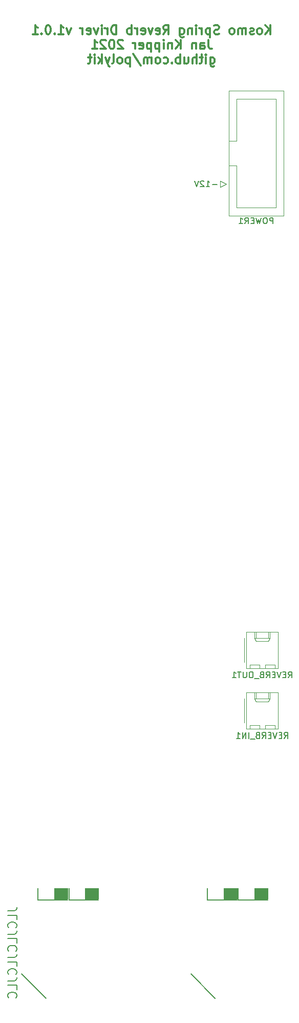
<source format=gbr>
G04 #@! TF.GenerationSoftware,KiCad,Pcbnew,7.0.10-7.0.10~ubuntu22.04.1*
G04 #@! TF.CreationDate,2024-01-17T09:34:49+01:00*
G04 #@! TF.ProjectId,kosmo-spring-reverb-driver,6b6f736d-6f2d-4737-9072-696e672d7265,v1.0.1*
G04 #@! TF.SameCoordinates,Original*
G04 #@! TF.FileFunction,Legend,Bot*
G04 #@! TF.FilePolarity,Positive*
%FSLAX46Y46*%
G04 Gerber Fmt 4.6, Leading zero omitted, Abs format (unit mm)*
G04 Created by KiCad (PCBNEW 7.0.10-7.0.10~ubuntu22.04.1) date 2024-01-17 09:34:49*
%MOMM*%
%LPD*%
G01*
G04 APERTURE LIST*
%ADD10C,0.200000*%
%ADD11C,0.300000*%
%ADD12C,0.150000*%
%ADD13C,0.120000*%
%ADD14C,0.100000*%
G04 APERTURE END LIST*
D10*
X117761904Y-82071266D02*
X117000000Y-82071266D01*
X116000000Y-82452219D02*
X116571428Y-82452219D01*
X116285714Y-82452219D02*
X116285714Y-81452219D01*
X116285714Y-81452219D02*
X116380952Y-81595076D01*
X116380952Y-81595076D02*
X116476190Y-81690314D01*
X116476190Y-81690314D02*
X116571428Y-81737933D01*
X115619047Y-81547457D02*
X115571428Y-81499838D01*
X115571428Y-81499838D02*
X115476190Y-81452219D01*
X115476190Y-81452219D02*
X115238095Y-81452219D01*
X115238095Y-81452219D02*
X115142857Y-81499838D01*
X115142857Y-81499838D02*
X115095238Y-81547457D01*
X115095238Y-81547457D02*
X115047619Y-81642695D01*
X115047619Y-81642695D02*
X115047619Y-81737933D01*
X115047619Y-81737933D02*
X115095238Y-81880790D01*
X115095238Y-81880790D02*
X115666666Y-82452219D01*
X115666666Y-82452219D02*
X115047619Y-82452219D01*
X114761904Y-81452219D02*
X114428571Y-82452219D01*
X114428571Y-82452219D02*
X114095238Y-81452219D01*
D11*
X126642855Y-57263328D02*
X126642855Y-55763328D01*
X125785712Y-57263328D02*
X126428569Y-56406185D01*
X125785712Y-55763328D02*
X126642855Y-56620471D01*
X124928569Y-57263328D02*
X125071426Y-57191900D01*
X125071426Y-57191900D02*
X125142855Y-57120471D01*
X125142855Y-57120471D02*
X125214283Y-56977614D01*
X125214283Y-56977614D02*
X125214283Y-56549042D01*
X125214283Y-56549042D02*
X125142855Y-56406185D01*
X125142855Y-56406185D02*
X125071426Y-56334757D01*
X125071426Y-56334757D02*
X124928569Y-56263328D01*
X124928569Y-56263328D02*
X124714283Y-56263328D01*
X124714283Y-56263328D02*
X124571426Y-56334757D01*
X124571426Y-56334757D02*
X124499998Y-56406185D01*
X124499998Y-56406185D02*
X124428569Y-56549042D01*
X124428569Y-56549042D02*
X124428569Y-56977614D01*
X124428569Y-56977614D02*
X124499998Y-57120471D01*
X124499998Y-57120471D02*
X124571426Y-57191900D01*
X124571426Y-57191900D02*
X124714283Y-57263328D01*
X124714283Y-57263328D02*
X124928569Y-57263328D01*
X123857140Y-57191900D02*
X123714283Y-57263328D01*
X123714283Y-57263328D02*
X123428569Y-57263328D01*
X123428569Y-57263328D02*
X123285712Y-57191900D01*
X123285712Y-57191900D02*
X123214283Y-57049042D01*
X123214283Y-57049042D02*
X123214283Y-56977614D01*
X123214283Y-56977614D02*
X123285712Y-56834757D01*
X123285712Y-56834757D02*
X123428569Y-56763328D01*
X123428569Y-56763328D02*
X123642855Y-56763328D01*
X123642855Y-56763328D02*
X123785712Y-56691900D01*
X123785712Y-56691900D02*
X123857140Y-56549042D01*
X123857140Y-56549042D02*
X123857140Y-56477614D01*
X123857140Y-56477614D02*
X123785712Y-56334757D01*
X123785712Y-56334757D02*
X123642855Y-56263328D01*
X123642855Y-56263328D02*
X123428569Y-56263328D01*
X123428569Y-56263328D02*
X123285712Y-56334757D01*
X122571426Y-57263328D02*
X122571426Y-56263328D01*
X122571426Y-56406185D02*
X122499997Y-56334757D01*
X122499997Y-56334757D02*
X122357140Y-56263328D01*
X122357140Y-56263328D02*
X122142854Y-56263328D01*
X122142854Y-56263328D02*
X121999997Y-56334757D01*
X121999997Y-56334757D02*
X121928569Y-56477614D01*
X121928569Y-56477614D02*
X121928569Y-57263328D01*
X121928569Y-56477614D02*
X121857140Y-56334757D01*
X121857140Y-56334757D02*
X121714283Y-56263328D01*
X121714283Y-56263328D02*
X121499997Y-56263328D01*
X121499997Y-56263328D02*
X121357140Y-56334757D01*
X121357140Y-56334757D02*
X121285711Y-56477614D01*
X121285711Y-56477614D02*
X121285711Y-57263328D01*
X120357140Y-57263328D02*
X120499997Y-57191900D01*
X120499997Y-57191900D02*
X120571426Y-57120471D01*
X120571426Y-57120471D02*
X120642854Y-56977614D01*
X120642854Y-56977614D02*
X120642854Y-56549042D01*
X120642854Y-56549042D02*
X120571426Y-56406185D01*
X120571426Y-56406185D02*
X120499997Y-56334757D01*
X120499997Y-56334757D02*
X120357140Y-56263328D01*
X120357140Y-56263328D02*
X120142854Y-56263328D01*
X120142854Y-56263328D02*
X119999997Y-56334757D01*
X119999997Y-56334757D02*
X119928569Y-56406185D01*
X119928569Y-56406185D02*
X119857140Y-56549042D01*
X119857140Y-56549042D02*
X119857140Y-56977614D01*
X119857140Y-56977614D02*
X119928569Y-57120471D01*
X119928569Y-57120471D02*
X119999997Y-57191900D01*
X119999997Y-57191900D02*
X120142854Y-57263328D01*
X120142854Y-57263328D02*
X120357140Y-57263328D01*
X118142854Y-57191900D02*
X117928569Y-57263328D01*
X117928569Y-57263328D02*
X117571426Y-57263328D01*
X117571426Y-57263328D02*
X117428569Y-57191900D01*
X117428569Y-57191900D02*
X117357140Y-57120471D01*
X117357140Y-57120471D02*
X117285711Y-56977614D01*
X117285711Y-56977614D02*
X117285711Y-56834757D01*
X117285711Y-56834757D02*
X117357140Y-56691900D01*
X117357140Y-56691900D02*
X117428569Y-56620471D01*
X117428569Y-56620471D02*
X117571426Y-56549042D01*
X117571426Y-56549042D02*
X117857140Y-56477614D01*
X117857140Y-56477614D02*
X117999997Y-56406185D01*
X117999997Y-56406185D02*
X118071426Y-56334757D01*
X118071426Y-56334757D02*
X118142854Y-56191900D01*
X118142854Y-56191900D02*
X118142854Y-56049042D01*
X118142854Y-56049042D02*
X118071426Y-55906185D01*
X118071426Y-55906185D02*
X117999997Y-55834757D01*
X117999997Y-55834757D02*
X117857140Y-55763328D01*
X117857140Y-55763328D02*
X117499997Y-55763328D01*
X117499997Y-55763328D02*
X117285711Y-55834757D01*
X116642855Y-56263328D02*
X116642855Y-57763328D01*
X116642855Y-56334757D02*
X116499998Y-56263328D01*
X116499998Y-56263328D02*
X116214283Y-56263328D01*
X116214283Y-56263328D02*
X116071426Y-56334757D01*
X116071426Y-56334757D02*
X115999998Y-56406185D01*
X115999998Y-56406185D02*
X115928569Y-56549042D01*
X115928569Y-56549042D02*
X115928569Y-56977614D01*
X115928569Y-56977614D02*
X115999998Y-57120471D01*
X115999998Y-57120471D02*
X116071426Y-57191900D01*
X116071426Y-57191900D02*
X116214283Y-57263328D01*
X116214283Y-57263328D02*
X116499998Y-57263328D01*
X116499998Y-57263328D02*
X116642855Y-57191900D01*
X115285712Y-57263328D02*
X115285712Y-56263328D01*
X115285712Y-56549042D02*
X115214283Y-56406185D01*
X115214283Y-56406185D02*
X115142855Y-56334757D01*
X115142855Y-56334757D02*
X114999997Y-56263328D01*
X114999997Y-56263328D02*
X114857140Y-56263328D01*
X114357141Y-57263328D02*
X114357141Y-56263328D01*
X114357141Y-55763328D02*
X114428569Y-55834757D01*
X114428569Y-55834757D02*
X114357141Y-55906185D01*
X114357141Y-55906185D02*
X114285712Y-55834757D01*
X114285712Y-55834757D02*
X114357141Y-55763328D01*
X114357141Y-55763328D02*
X114357141Y-55906185D01*
X113642855Y-56263328D02*
X113642855Y-57263328D01*
X113642855Y-56406185D02*
X113571426Y-56334757D01*
X113571426Y-56334757D02*
X113428569Y-56263328D01*
X113428569Y-56263328D02*
X113214283Y-56263328D01*
X113214283Y-56263328D02*
X113071426Y-56334757D01*
X113071426Y-56334757D02*
X112999998Y-56477614D01*
X112999998Y-56477614D02*
X112999998Y-57263328D01*
X111642855Y-56263328D02*
X111642855Y-57477614D01*
X111642855Y-57477614D02*
X111714283Y-57620471D01*
X111714283Y-57620471D02*
X111785712Y-57691900D01*
X111785712Y-57691900D02*
X111928569Y-57763328D01*
X111928569Y-57763328D02*
X112142855Y-57763328D01*
X112142855Y-57763328D02*
X112285712Y-57691900D01*
X111642855Y-57191900D02*
X111785712Y-57263328D01*
X111785712Y-57263328D02*
X112071426Y-57263328D01*
X112071426Y-57263328D02*
X112214283Y-57191900D01*
X112214283Y-57191900D02*
X112285712Y-57120471D01*
X112285712Y-57120471D02*
X112357140Y-56977614D01*
X112357140Y-56977614D02*
X112357140Y-56549042D01*
X112357140Y-56549042D02*
X112285712Y-56406185D01*
X112285712Y-56406185D02*
X112214283Y-56334757D01*
X112214283Y-56334757D02*
X112071426Y-56263328D01*
X112071426Y-56263328D02*
X111785712Y-56263328D01*
X111785712Y-56263328D02*
X111642855Y-56334757D01*
X108928569Y-57263328D02*
X109428569Y-56549042D01*
X109785712Y-57263328D02*
X109785712Y-55763328D01*
X109785712Y-55763328D02*
X109214283Y-55763328D01*
X109214283Y-55763328D02*
X109071426Y-55834757D01*
X109071426Y-55834757D02*
X108999997Y-55906185D01*
X108999997Y-55906185D02*
X108928569Y-56049042D01*
X108928569Y-56049042D02*
X108928569Y-56263328D01*
X108928569Y-56263328D02*
X108999997Y-56406185D01*
X108999997Y-56406185D02*
X109071426Y-56477614D01*
X109071426Y-56477614D02*
X109214283Y-56549042D01*
X109214283Y-56549042D02*
X109785712Y-56549042D01*
X107714283Y-57191900D02*
X107857140Y-57263328D01*
X107857140Y-57263328D02*
X108142855Y-57263328D01*
X108142855Y-57263328D02*
X108285712Y-57191900D01*
X108285712Y-57191900D02*
X108357140Y-57049042D01*
X108357140Y-57049042D02*
X108357140Y-56477614D01*
X108357140Y-56477614D02*
X108285712Y-56334757D01*
X108285712Y-56334757D02*
X108142855Y-56263328D01*
X108142855Y-56263328D02*
X107857140Y-56263328D01*
X107857140Y-56263328D02*
X107714283Y-56334757D01*
X107714283Y-56334757D02*
X107642855Y-56477614D01*
X107642855Y-56477614D02*
X107642855Y-56620471D01*
X107642855Y-56620471D02*
X108357140Y-56763328D01*
X107142855Y-56263328D02*
X106785712Y-57263328D01*
X106785712Y-57263328D02*
X106428569Y-56263328D01*
X105285712Y-57191900D02*
X105428569Y-57263328D01*
X105428569Y-57263328D02*
X105714284Y-57263328D01*
X105714284Y-57263328D02*
X105857141Y-57191900D01*
X105857141Y-57191900D02*
X105928569Y-57049042D01*
X105928569Y-57049042D02*
X105928569Y-56477614D01*
X105928569Y-56477614D02*
X105857141Y-56334757D01*
X105857141Y-56334757D02*
X105714284Y-56263328D01*
X105714284Y-56263328D02*
X105428569Y-56263328D01*
X105428569Y-56263328D02*
X105285712Y-56334757D01*
X105285712Y-56334757D02*
X105214284Y-56477614D01*
X105214284Y-56477614D02*
X105214284Y-56620471D01*
X105214284Y-56620471D02*
X105928569Y-56763328D01*
X104571427Y-57263328D02*
X104571427Y-56263328D01*
X104571427Y-56549042D02*
X104499998Y-56406185D01*
X104499998Y-56406185D02*
X104428570Y-56334757D01*
X104428570Y-56334757D02*
X104285712Y-56263328D01*
X104285712Y-56263328D02*
X104142855Y-56263328D01*
X103642856Y-57263328D02*
X103642856Y-55763328D01*
X103642856Y-56334757D02*
X103499999Y-56263328D01*
X103499999Y-56263328D02*
X103214284Y-56263328D01*
X103214284Y-56263328D02*
X103071427Y-56334757D01*
X103071427Y-56334757D02*
X102999999Y-56406185D01*
X102999999Y-56406185D02*
X102928570Y-56549042D01*
X102928570Y-56549042D02*
X102928570Y-56977614D01*
X102928570Y-56977614D02*
X102999999Y-57120471D01*
X102999999Y-57120471D02*
X103071427Y-57191900D01*
X103071427Y-57191900D02*
X103214284Y-57263328D01*
X103214284Y-57263328D02*
X103499999Y-57263328D01*
X103499999Y-57263328D02*
X103642856Y-57191900D01*
X101142856Y-57263328D02*
X101142856Y-55763328D01*
X101142856Y-55763328D02*
X100785713Y-55763328D01*
X100785713Y-55763328D02*
X100571427Y-55834757D01*
X100571427Y-55834757D02*
X100428570Y-55977614D01*
X100428570Y-55977614D02*
X100357141Y-56120471D01*
X100357141Y-56120471D02*
X100285713Y-56406185D01*
X100285713Y-56406185D02*
X100285713Y-56620471D01*
X100285713Y-56620471D02*
X100357141Y-56906185D01*
X100357141Y-56906185D02*
X100428570Y-57049042D01*
X100428570Y-57049042D02*
X100571427Y-57191900D01*
X100571427Y-57191900D02*
X100785713Y-57263328D01*
X100785713Y-57263328D02*
X101142856Y-57263328D01*
X99642856Y-57263328D02*
X99642856Y-56263328D01*
X99642856Y-56549042D02*
X99571427Y-56406185D01*
X99571427Y-56406185D02*
X99499999Y-56334757D01*
X99499999Y-56334757D02*
X99357141Y-56263328D01*
X99357141Y-56263328D02*
X99214284Y-56263328D01*
X98714285Y-57263328D02*
X98714285Y-56263328D01*
X98714285Y-55763328D02*
X98785713Y-55834757D01*
X98785713Y-55834757D02*
X98714285Y-55906185D01*
X98714285Y-55906185D02*
X98642856Y-55834757D01*
X98642856Y-55834757D02*
X98714285Y-55763328D01*
X98714285Y-55763328D02*
X98714285Y-55906185D01*
X98142856Y-56263328D02*
X97785713Y-57263328D01*
X97785713Y-57263328D02*
X97428570Y-56263328D01*
X96285713Y-57191900D02*
X96428570Y-57263328D01*
X96428570Y-57263328D02*
X96714285Y-57263328D01*
X96714285Y-57263328D02*
X96857142Y-57191900D01*
X96857142Y-57191900D02*
X96928570Y-57049042D01*
X96928570Y-57049042D02*
X96928570Y-56477614D01*
X96928570Y-56477614D02*
X96857142Y-56334757D01*
X96857142Y-56334757D02*
X96714285Y-56263328D01*
X96714285Y-56263328D02*
X96428570Y-56263328D01*
X96428570Y-56263328D02*
X96285713Y-56334757D01*
X96285713Y-56334757D02*
X96214285Y-56477614D01*
X96214285Y-56477614D02*
X96214285Y-56620471D01*
X96214285Y-56620471D02*
X96928570Y-56763328D01*
X95571428Y-57263328D02*
X95571428Y-56263328D01*
X95571428Y-56549042D02*
X95499999Y-56406185D01*
X95499999Y-56406185D02*
X95428571Y-56334757D01*
X95428571Y-56334757D02*
X95285713Y-56263328D01*
X95285713Y-56263328D02*
X95142856Y-56263328D01*
X93642857Y-56263328D02*
X93285714Y-57263328D01*
X93285714Y-57263328D02*
X92928571Y-56263328D01*
X91571428Y-57263328D02*
X92428571Y-57263328D01*
X92000000Y-57263328D02*
X92000000Y-55763328D01*
X92000000Y-55763328D02*
X92142857Y-55977614D01*
X92142857Y-55977614D02*
X92285714Y-56120471D01*
X92285714Y-56120471D02*
X92428571Y-56191900D01*
X90928572Y-57120471D02*
X90857143Y-57191900D01*
X90857143Y-57191900D02*
X90928572Y-57263328D01*
X90928572Y-57263328D02*
X91000000Y-57191900D01*
X91000000Y-57191900D02*
X90928572Y-57120471D01*
X90928572Y-57120471D02*
X90928572Y-57263328D01*
X89928571Y-55763328D02*
X89785714Y-55763328D01*
X89785714Y-55763328D02*
X89642857Y-55834757D01*
X89642857Y-55834757D02*
X89571429Y-55906185D01*
X89571429Y-55906185D02*
X89500000Y-56049042D01*
X89500000Y-56049042D02*
X89428571Y-56334757D01*
X89428571Y-56334757D02*
X89428571Y-56691900D01*
X89428571Y-56691900D02*
X89500000Y-56977614D01*
X89500000Y-56977614D02*
X89571429Y-57120471D01*
X89571429Y-57120471D02*
X89642857Y-57191900D01*
X89642857Y-57191900D02*
X89785714Y-57263328D01*
X89785714Y-57263328D02*
X89928571Y-57263328D01*
X89928571Y-57263328D02*
X90071429Y-57191900D01*
X90071429Y-57191900D02*
X90142857Y-57120471D01*
X90142857Y-57120471D02*
X90214286Y-56977614D01*
X90214286Y-56977614D02*
X90285714Y-56691900D01*
X90285714Y-56691900D02*
X90285714Y-56334757D01*
X90285714Y-56334757D02*
X90214286Y-56049042D01*
X90214286Y-56049042D02*
X90142857Y-55906185D01*
X90142857Y-55906185D02*
X90071429Y-55834757D01*
X90071429Y-55834757D02*
X89928571Y-55763328D01*
X88785715Y-57120471D02*
X88714286Y-57191900D01*
X88714286Y-57191900D02*
X88785715Y-57263328D01*
X88785715Y-57263328D02*
X88857143Y-57191900D01*
X88857143Y-57191900D02*
X88785715Y-57120471D01*
X88785715Y-57120471D02*
X88785715Y-57263328D01*
X87285714Y-57263328D02*
X88142857Y-57263328D01*
X87714286Y-57263328D02*
X87714286Y-55763328D01*
X87714286Y-55763328D02*
X87857143Y-55977614D01*
X87857143Y-55977614D02*
X88000000Y-56120471D01*
X88000000Y-56120471D02*
X88142857Y-56191900D01*
X116392855Y-58178328D02*
X116392855Y-59249757D01*
X116392855Y-59249757D02*
X116464284Y-59464042D01*
X116464284Y-59464042D02*
X116607141Y-59606900D01*
X116607141Y-59606900D02*
X116821427Y-59678328D01*
X116821427Y-59678328D02*
X116964284Y-59678328D01*
X115035713Y-59678328D02*
X115035713Y-58892614D01*
X115035713Y-58892614D02*
X115107141Y-58749757D01*
X115107141Y-58749757D02*
X115249998Y-58678328D01*
X115249998Y-58678328D02*
X115535713Y-58678328D01*
X115535713Y-58678328D02*
X115678570Y-58749757D01*
X115035713Y-59606900D02*
X115178570Y-59678328D01*
X115178570Y-59678328D02*
X115535713Y-59678328D01*
X115535713Y-59678328D02*
X115678570Y-59606900D01*
X115678570Y-59606900D02*
X115749998Y-59464042D01*
X115749998Y-59464042D02*
X115749998Y-59321185D01*
X115749998Y-59321185D02*
X115678570Y-59178328D01*
X115678570Y-59178328D02*
X115535713Y-59106900D01*
X115535713Y-59106900D02*
X115178570Y-59106900D01*
X115178570Y-59106900D02*
X115035713Y-59035471D01*
X114321427Y-58678328D02*
X114321427Y-59678328D01*
X114321427Y-58821185D02*
X114249998Y-58749757D01*
X114249998Y-58749757D02*
X114107141Y-58678328D01*
X114107141Y-58678328D02*
X113892855Y-58678328D01*
X113892855Y-58678328D02*
X113749998Y-58749757D01*
X113749998Y-58749757D02*
X113678570Y-58892614D01*
X113678570Y-58892614D02*
X113678570Y-59678328D01*
X111821427Y-59678328D02*
X111821427Y-58178328D01*
X110964284Y-59678328D02*
X111607141Y-58821185D01*
X110964284Y-58178328D02*
X111821427Y-59035471D01*
X110321427Y-58678328D02*
X110321427Y-59678328D01*
X110321427Y-58821185D02*
X110249998Y-58749757D01*
X110249998Y-58749757D02*
X110107141Y-58678328D01*
X110107141Y-58678328D02*
X109892855Y-58678328D01*
X109892855Y-58678328D02*
X109749998Y-58749757D01*
X109749998Y-58749757D02*
X109678570Y-58892614D01*
X109678570Y-58892614D02*
X109678570Y-59678328D01*
X108964284Y-59678328D02*
X108964284Y-58678328D01*
X108964284Y-58178328D02*
X109035712Y-58249757D01*
X109035712Y-58249757D02*
X108964284Y-58321185D01*
X108964284Y-58321185D02*
X108892855Y-58249757D01*
X108892855Y-58249757D02*
X108964284Y-58178328D01*
X108964284Y-58178328D02*
X108964284Y-58321185D01*
X108249998Y-58678328D02*
X108249998Y-60178328D01*
X108249998Y-58749757D02*
X108107141Y-58678328D01*
X108107141Y-58678328D02*
X107821426Y-58678328D01*
X107821426Y-58678328D02*
X107678569Y-58749757D01*
X107678569Y-58749757D02*
X107607141Y-58821185D01*
X107607141Y-58821185D02*
X107535712Y-58964042D01*
X107535712Y-58964042D02*
X107535712Y-59392614D01*
X107535712Y-59392614D02*
X107607141Y-59535471D01*
X107607141Y-59535471D02*
X107678569Y-59606900D01*
X107678569Y-59606900D02*
X107821426Y-59678328D01*
X107821426Y-59678328D02*
X108107141Y-59678328D01*
X108107141Y-59678328D02*
X108249998Y-59606900D01*
X106892855Y-58678328D02*
X106892855Y-60178328D01*
X106892855Y-58749757D02*
X106749998Y-58678328D01*
X106749998Y-58678328D02*
X106464283Y-58678328D01*
X106464283Y-58678328D02*
X106321426Y-58749757D01*
X106321426Y-58749757D02*
X106249998Y-58821185D01*
X106249998Y-58821185D02*
X106178569Y-58964042D01*
X106178569Y-58964042D02*
X106178569Y-59392614D01*
X106178569Y-59392614D02*
X106249998Y-59535471D01*
X106249998Y-59535471D02*
X106321426Y-59606900D01*
X106321426Y-59606900D02*
X106464283Y-59678328D01*
X106464283Y-59678328D02*
X106749998Y-59678328D01*
X106749998Y-59678328D02*
X106892855Y-59606900D01*
X104964283Y-59606900D02*
X105107140Y-59678328D01*
X105107140Y-59678328D02*
X105392855Y-59678328D01*
X105392855Y-59678328D02*
X105535712Y-59606900D01*
X105535712Y-59606900D02*
X105607140Y-59464042D01*
X105607140Y-59464042D02*
X105607140Y-58892614D01*
X105607140Y-58892614D02*
X105535712Y-58749757D01*
X105535712Y-58749757D02*
X105392855Y-58678328D01*
X105392855Y-58678328D02*
X105107140Y-58678328D01*
X105107140Y-58678328D02*
X104964283Y-58749757D01*
X104964283Y-58749757D02*
X104892855Y-58892614D01*
X104892855Y-58892614D02*
X104892855Y-59035471D01*
X104892855Y-59035471D02*
X105607140Y-59178328D01*
X104249998Y-59678328D02*
X104249998Y-58678328D01*
X104249998Y-58964042D02*
X104178569Y-58821185D01*
X104178569Y-58821185D02*
X104107141Y-58749757D01*
X104107141Y-58749757D02*
X103964283Y-58678328D01*
X103964283Y-58678328D02*
X103821426Y-58678328D01*
X102249998Y-58321185D02*
X102178570Y-58249757D01*
X102178570Y-58249757D02*
X102035713Y-58178328D01*
X102035713Y-58178328D02*
X101678570Y-58178328D01*
X101678570Y-58178328D02*
X101535713Y-58249757D01*
X101535713Y-58249757D02*
X101464284Y-58321185D01*
X101464284Y-58321185D02*
X101392855Y-58464042D01*
X101392855Y-58464042D02*
X101392855Y-58606900D01*
X101392855Y-58606900D02*
X101464284Y-58821185D01*
X101464284Y-58821185D02*
X102321427Y-59678328D01*
X102321427Y-59678328D02*
X101392855Y-59678328D01*
X100464284Y-58178328D02*
X100321427Y-58178328D01*
X100321427Y-58178328D02*
X100178570Y-58249757D01*
X100178570Y-58249757D02*
X100107142Y-58321185D01*
X100107142Y-58321185D02*
X100035713Y-58464042D01*
X100035713Y-58464042D02*
X99964284Y-58749757D01*
X99964284Y-58749757D02*
X99964284Y-59106900D01*
X99964284Y-59106900D02*
X100035713Y-59392614D01*
X100035713Y-59392614D02*
X100107142Y-59535471D01*
X100107142Y-59535471D02*
X100178570Y-59606900D01*
X100178570Y-59606900D02*
X100321427Y-59678328D01*
X100321427Y-59678328D02*
X100464284Y-59678328D01*
X100464284Y-59678328D02*
X100607142Y-59606900D01*
X100607142Y-59606900D02*
X100678570Y-59535471D01*
X100678570Y-59535471D02*
X100749999Y-59392614D01*
X100749999Y-59392614D02*
X100821427Y-59106900D01*
X100821427Y-59106900D02*
X100821427Y-58749757D01*
X100821427Y-58749757D02*
X100749999Y-58464042D01*
X100749999Y-58464042D02*
X100678570Y-58321185D01*
X100678570Y-58321185D02*
X100607142Y-58249757D01*
X100607142Y-58249757D02*
X100464284Y-58178328D01*
X99392856Y-58321185D02*
X99321428Y-58249757D01*
X99321428Y-58249757D02*
X99178571Y-58178328D01*
X99178571Y-58178328D02*
X98821428Y-58178328D01*
X98821428Y-58178328D02*
X98678571Y-58249757D01*
X98678571Y-58249757D02*
X98607142Y-58321185D01*
X98607142Y-58321185D02*
X98535713Y-58464042D01*
X98535713Y-58464042D02*
X98535713Y-58606900D01*
X98535713Y-58606900D02*
X98607142Y-58821185D01*
X98607142Y-58821185D02*
X99464285Y-59678328D01*
X99464285Y-59678328D02*
X98535713Y-59678328D01*
X97107142Y-59678328D02*
X97964285Y-59678328D01*
X97535714Y-59678328D02*
X97535714Y-58178328D01*
X97535714Y-58178328D02*
X97678571Y-58392614D01*
X97678571Y-58392614D02*
X97821428Y-58535471D01*
X97821428Y-58535471D02*
X97964285Y-58606900D01*
X116678572Y-61093328D02*
X116678572Y-62307614D01*
X116678572Y-62307614D02*
X116750000Y-62450471D01*
X116750000Y-62450471D02*
X116821429Y-62521900D01*
X116821429Y-62521900D02*
X116964286Y-62593328D01*
X116964286Y-62593328D02*
X117178572Y-62593328D01*
X117178572Y-62593328D02*
X117321429Y-62521900D01*
X116678572Y-62021900D02*
X116821429Y-62093328D01*
X116821429Y-62093328D02*
X117107143Y-62093328D01*
X117107143Y-62093328D02*
X117250000Y-62021900D01*
X117250000Y-62021900D02*
X117321429Y-61950471D01*
X117321429Y-61950471D02*
X117392857Y-61807614D01*
X117392857Y-61807614D02*
X117392857Y-61379042D01*
X117392857Y-61379042D02*
X117321429Y-61236185D01*
X117321429Y-61236185D02*
X117250000Y-61164757D01*
X117250000Y-61164757D02*
X117107143Y-61093328D01*
X117107143Y-61093328D02*
X116821429Y-61093328D01*
X116821429Y-61093328D02*
X116678572Y-61164757D01*
X115964286Y-62093328D02*
X115964286Y-61093328D01*
X115964286Y-60593328D02*
X116035714Y-60664757D01*
X116035714Y-60664757D02*
X115964286Y-60736185D01*
X115964286Y-60736185D02*
X115892857Y-60664757D01*
X115892857Y-60664757D02*
X115964286Y-60593328D01*
X115964286Y-60593328D02*
X115964286Y-60736185D01*
X115464285Y-61093328D02*
X114892857Y-61093328D01*
X115250000Y-60593328D02*
X115250000Y-61879042D01*
X115250000Y-61879042D02*
X115178571Y-62021900D01*
X115178571Y-62021900D02*
X115035714Y-62093328D01*
X115035714Y-62093328D02*
X114892857Y-62093328D01*
X114392857Y-62093328D02*
X114392857Y-60593328D01*
X113750000Y-62093328D02*
X113750000Y-61307614D01*
X113750000Y-61307614D02*
X113821428Y-61164757D01*
X113821428Y-61164757D02*
X113964285Y-61093328D01*
X113964285Y-61093328D02*
X114178571Y-61093328D01*
X114178571Y-61093328D02*
X114321428Y-61164757D01*
X114321428Y-61164757D02*
X114392857Y-61236185D01*
X112392857Y-61093328D02*
X112392857Y-62093328D01*
X113035714Y-61093328D02*
X113035714Y-61879042D01*
X113035714Y-61879042D02*
X112964285Y-62021900D01*
X112964285Y-62021900D02*
X112821428Y-62093328D01*
X112821428Y-62093328D02*
X112607142Y-62093328D01*
X112607142Y-62093328D02*
X112464285Y-62021900D01*
X112464285Y-62021900D02*
X112392857Y-61950471D01*
X111678571Y-62093328D02*
X111678571Y-60593328D01*
X111678571Y-61164757D02*
X111535714Y-61093328D01*
X111535714Y-61093328D02*
X111249999Y-61093328D01*
X111249999Y-61093328D02*
X111107142Y-61164757D01*
X111107142Y-61164757D02*
X111035714Y-61236185D01*
X111035714Y-61236185D02*
X110964285Y-61379042D01*
X110964285Y-61379042D02*
X110964285Y-61807614D01*
X110964285Y-61807614D02*
X111035714Y-61950471D01*
X111035714Y-61950471D02*
X111107142Y-62021900D01*
X111107142Y-62021900D02*
X111249999Y-62093328D01*
X111249999Y-62093328D02*
X111535714Y-62093328D01*
X111535714Y-62093328D02*
X111678571Y-62021900D01*
X110321428Y-61950471D02*
X110249999Y-62021900D01*
X110249999Y-62021900D02*
X110321428Y-62093328D01*
X110321428Y-62093328D02*
X110392856Y-62021900D01*
X110392856Y-62021900D02*
X110321428Y-61950471D01*
X110321428Y-61950471D02*
X110321428Y-62093328D01*
X108964285Y-62021900D02*
X109107142Y-62093328D01*
X109107142Y-62093328D02*
X109392856Y-62093328D01*
X109392856Y-62093328D02*
X109535713Y-62021900D01*
X109535713Y-62021900D02*
X109607142Y-61950471D01*
X109607142Y-61950471D02*
X109678570Y-61807614D01*
X109678570Y-61807614D02*
X109678570Y-61379042D01*
X109678570Y-61379042D02*
X109607142Y-61236185D01*
X109607142Y-61236185D02*
X109535713Y-61164757D01*
X109535713Y-61164757D02*
X109392856Y-61093328D01*
X109392856Y-61093328D02*
X109107142Y-61093328D01*
X109107142Y-61093328D02*
X108964285Y-61164757D01*
X108107142Y-62093328D02*
X108249999Y-62021900D01*
X108249999Y-62021900D02*
X108321428Y-61950471D01*
X108321428Y-61950471D02*
X108392856Y-61807614D01*
X108392856Y-61807614D02*
X108392856Y-61379042D01*
X108392856Y-61379042D02*
X108321428Y-61236185D01*
X108321428Y-61236185D02*
X108249999Y-61164757D01*
X108249999Y-61164757D02*
X108107142Y-61093328D01*
X108107142Y-61093328D02*
X107892856Y-61093328D01*
X107892856Y-61093328D02*
X107749999Y-61164757D01*
X107749999Y-61164757D02*
X107678571Y-61236185D01*
X107678571Y-61236185D02*
X107607142Y-61379042D01*
X107607142Y-61379042D02*
X107607142Y-61807614D01*
X107607142Y-61807614D02*
X107678571Y-61950471D01*
X107678571Y-61950471D02*
X107749999Y-62021900D01*
X107749999Y-62021900D02*
X107892856Y-62093328D01*
X107892856Y-62093328D02*
X108107142Y-62093328D01*
X106964285Y-62093328D02*
X106964285Y-61093328D01*
X106964285Y-61236185D02*
X106892856Y-61164757D01*
X106892856Y-61164757D02*
X106749999Y-61093328D01*
X106749999Y-61093328D02*
X106535713Y-61093328D01*
X106535713Y-61093328D02*
X106392856Y-61164757D01*
X106392856Y-61164757D02*
X106321428Y-61307614D01*
X106321428Y-61307614D02*
X106321428Y-62093328D01*
X106321428Y-61307614D02*
X106249999Y-61164757D01*
X106249999Y-61164757D02*
X106107142Y-61093328D01*
X106107142Y-61093328D02*
X105892856Y-61093328D01*
X105892856Y-61093328D02*
X105749999Y-61164757D01*
X105749999Y-61164757D02*
X105678570Y-61307614D01*
X105678570Y-61307614D02*
X105678570Y-62093328D01*
X103892856Y-60521900D02*
X105178570Y-62450471D01*
X103392856Y-61093328D02*
X103392856Y-62593328D01*
X103392856Y-61164757D02*
X103249999Y-61093328D01*
X103249999Y-61093328D02*
X102964284Y-61093328D01*
X102964284Y-61093328D02*
X102821427Y-61164757D01*
X102821427Y-61164757D02*
X102749999Y-61236185D01*
X102749999Y-61236185D02*
X102678570Y-61379042D01*
X102678570Y-61379042D02*
X102678570Y-61807614D01*
X102678570Y-61807614D02*
X102749999Y-61950471D01*
X102749999Y-61950471D02*
X102821427Y-62021900D01*
X102821427Y-62021900D02*
X102964284Y-62093328D01*
X102964284Y-62093328D02*
X103249999Y-62093328D01*
X103249999Y-62093328D02*
X103392856Y-62021900D01*
X101821427Y-62093328D02*
X101964284Y-62021900D01*
X101964284Y-62021900D02*
X102035713Y-61950471D01*
X102035713Y-61950471D02*
X102107141Y-61807614D01*
X102107141Y-61807614D02*
X102107141Y-61379042D01*
X102107141Y-61379042D02*
X102035713Y-61236185D01*
X102035713Y-61236185D02*
X101964284Y-61164757D01*
X101964284Y-61164757D02*
X101821427Y-61093328D01*
X101821427Y-61093328D02*
X101607141Y-61093328D01*
X101607141Y-61093328D02*
X101464284Y-61164757D01*
X101464284Y-61164757D02*
X101392856Y-61236185D01*
X101392856Y-61236185D02*
X101321427Y-61379042D01*
X101321427Y-61379042D02*
X101321427Y-61807614D01*
X101321427Y-61807614D02*
X101392856Y-61950471D01*
X101392856Y-61950471D02*
X101464284Y-62021900D01*
X101464284Y-62021900D02*
X101607141Y-62093328D01*
X101607141Y-62093328D02*
X101821427Y-62093328D01*
X100464284Y-62093328D02*
X100607141Y-62021900D01*
X100607141Y-62021900D02*
X100678570Y-61879042D01*
X100678570Y-61879042D02*
X100678570Y-60593328D01*
X100035713Y-61093328D02*
X99678570Y-62093328D01*
X99321427Y-61093328D02*
X99678570Y-62093328D01*
X99678570Y-62093328D02*
X99821427Y-62450471D01*
X99821427Y-62450471D02*
X99892856Y-62521900D01*
X99892856Y-62521900D02*
X100035713Y-62593328D01*
X98749999Y-62093328D02*
X98749999Y-60593328D01*
X98607142Y-61521900D02*
X98178570Y-62093328D01*
X98178570Y-61093328D02*
X98749999Y-61664757D01*
X97535713Y-62093328D02*
X97535713Y-61093328D01*
X97535713Y-60593328D02*
X97607141Y-60664757D01*
X97607141Y-60664757D02*
X97535713Y-60736185D01*
X97535713Y-60736185D02*
X97464284Y-60664757D01*
X97464284Y-60664757D02*
X97535713Y-60593328D01*
X97535713Y-60593328D02*
X97535713Y-60736185D01*
X97035712Y-61093328D02*
X96464284Y-61093328D01*
X96821427Y-60593328D02*
X96821427Y-61879042D01*
X96821427Y-61879042D02*
X96749998Y-62021900D01*
X96749998Y-62021900D02*
X96607141Y-62093328D01*
X96607141Y-62093328D02*
X96464284Y-62093328D01*
D10*
X83183528Y-202071428D02*
X84254957Y-202071428D01*
X84254957Y-202071428D02*
X84469242Y-201999999D01*
X84469242Y-201999999D02*
X84612100Y-201857142D01*
X84612100Y-201857142D02*
X84683528Y-201642856D01*
X84683528Y-201642856D02*
X84683528Y-201499999D01*
X84683528Y-203499999D02*
X84683528Y-202785713D01*
X84683528Y-202785713D02*
X83183528Y-202785713D01*
X84540671Y-204857142D02*
X84612100Y-204785714D01*
X84612100Y-204785714D02*
X84683528Y-204571428D01*
X84683528Y-204571428D02*
X84683528Y-204428571D01*
X84683528Y-204428571D02*
X84612100Y-204214285D01*
X84612100Y-204214285D02*
X84469242Y-204071428D01*
X84469242Y-204071428D02*
X84326385Y-203999999D01*
X84326385Y-203999999D02*
X84040671Y-203928571D01*
X84040671Y-203928571D02*
X83826385Y-203928571D01*
X83826385Y-203928571D02*
X83540671Y-203999999D01*
X83540671Y-203999999D02*
X83397814Y-204071428D01*
X83397814Y-204071428D02*
X83254957Y-204214285D01*
X83254957Y-204214285D02*
X83183528Y-204428571D01*
X83183528Y-204428571D02*
X83183528Y-204571428D01*
X83183528Y-204571428D02*
X83254957Y-204785714D01*
X83254957Y-204785714D02*
X83326385Y-204857142D01*
X83183528Y-205928571D02*
X84254957Y-205928571D01*
X84254957Y-205928571D02*
X84469242Y-205857142D01*
X84469242Y-205857142D02*
X84612100Y-205714285D01*
X84612100Y-205714285D02*
X84683528Y-205499999D01*
X84683528Y-205499999D02*
X84683528Y-205357142D01*
X84683528Y-207357142D02*
X84683528Y-206642856D01*
X84683528Y-206642856D02*
X83183528Y-206642856D01*
X84540671Y-208714285D02*
X84612100Y-208642857D01*
X84612100Y-208642857D02*
X84683528Y-208428571D01*
X84683528Y-208428571D02*
X84683528Y-208285714D01*
X84683528Y-208285714D02*
X84612100Y-208071428D01*
X84612100Y-208071428D02*
X84469242Y-207928571D01*
X84469242Y-207928571D02*
X84326385Y-207857142D01*
X84326385Y-207857142D02*
X84040671Y-207785714D01*
X84040671Y-207785714D02*
X83826385Y-207785714D01*
X83826385Y-207785714D02*
X83540671Y-207857142D01*
X83540671Y-207857142D02*
X83397814Y-207928571D01*
X83397814Y-207928571D02*
X83254957Y-208071428D01*
X83254957Y-208071428D02*
X83183528Y-208285714D01*
X83183528Y-208285714D02*
X83183528Y-208428571D01*
X83183528Y-208428571D02*
X83254957Y-208642857D01*
X83254957Y-208642857D02*
X83326385Y-208714285D01*
X83183528Y-209785714D02*
X84254957Y-209785714D01*
X84254957Y-209785714D02*
X84469242Y-209714285D01*
X84469242Y-209714285D02*
X84612100Y-209571428D01*
X84612100Y-209571428D02*
X84683528Y-209357142D01*
X84683528Y-209357142D02*
X84683528Y-209214285D01*
X84683528Y-211214285D02*
X84683528Y-210499999D01*
X84683528Y-210499999D02*
X83183528Y-210499999D01*
X84540671Y-212571428D02*
X84612100Y-212500000D01*
X84612100Y-212500000D02*
X84683528Y-212285714D01*
X84683528Y-212285714D02*
X84683528Y-212142857D01*
X84683528Y-212142857D02*
X84612100Y-211928571D01*
X84612100Y-211928571D02*
X84469242Y-211785714D01*
X84469242Y-211785714D02*
X84326385Y-211714285D01*
X84326385Y-211714285D02*
X84040671Y-211642857D01*
X84040671Y-211642857D02*
X83826385Y-211642857D01*
X83826385Y-211642857D02*
X83540671Y-211714285D01*
X83540671Y-211714285D02*
X83397814Y-211785714D01*
X83397814Y-211785714D02*
X83254957Y-211928571D01*
X83254957Y-211928571D02*
X83183528Y-212142857D01*
X83183528Y-212142857D02*
X83183528Y-212285714D01*
X83183528Y-212285714D02*
X83254957Y-212500000D01*
X83254957Y-212500000D02*
X83326385Y-212571428D01*
X83183528Y-213642857D02*
X84254957Y-213642857D01*
X84254957Y-213642857D02*
X84469242Y-213571428D01*
X84469242Y-213571428D02*
X84612100Y-213428571D01*
X84612100Y-213428571D02*
X84683528Y-213214285D01*
X84683528Y-213214285D02*
X84683528Y-213071428D01*
X84683528Y-215071428D02*
X84683528Y-214357142D01*
X84683528Y-214357142D02*
X83183528Y-214357142D01*
X84540671Y-216428571D02*
X84612100Y-216357143D01*
X84612100Y-216357143D02*
X84683528Y-216142857D01*
X84683528Y-216142857D02*
X84683528Y-216000000D01*
X84683528Y-216000000D02*
X84612100Y-215785714D01*
X84612100Y-215785714D02*
X84469242Y-215642857D01*
X84469242Y-215642857D02*
X84326385Y-215571428D01*
X84326385Y-215571428D02*
X84040671Y-215500000D01*
X84040671Y-215500000D02*
X83826385Y-215500000D01*
X83826385Y-215500000D02*
X83540671Y-215571428D01*
X83540671Y-215571428D02*
X83397814Y-215642857D01*
X83397814Y-215642857D02*
X83254957Y-215785714D01*
X83254957Y-215785714D02*
X83183528Y-216000000D01*
X83183528Y-216000000D02*
X83183528Y-216142857D01*
X83183528Y-216142857D02*
X83254957Y-216357143D01*
X83254957Y-216357143D02*
X83326385Y-216428571D01*
D12*
X129579524Y-163574819D02*
X129912857Y-163098628D01*
X130150952Y-163574819D02*
X130150952Y-162574819D01*
X130150952Y-162574819D02*
X129770000Y-162574819D01*
X129770000Y-162574819D02*
X129674762Y-162622438D01*
X129674762Y-162622438D02*
X129627143Y-162670057D01*
X129627143Y-162670057D02*
X129579524Y-162765295D01*
X129579524Y-162765295D02*
X129579524Y-162908152D01*
X129579524Y-162908152D02*
X129627143Y-163003390D01*
X129627143Y-163003390D02*
X129674762Y-163051009D01*
X129674762Y-163051009D02*
X129770000Y-163098628D01*
X129770000Y-163098628D02*
X130150952Y-163098628D01*
X129150952Y-163051009D02*
X128817619Y-163051009D01*
X128674762Y-163574819D02*
X129150952Y-163574819D01*
X129150952Y-163574819D02*
X129150952Y-162574819D01*
X129150952Y-162574819D02*
X128674762Y-162574819D01*
X128389047Y-162574819D02*
X128055714Y-163574819D01*
X128055714Y-163574819D02*
X127722381Y-162574819D01*
X127389047Y-163051009D02*
X127055714Y-163051009D01*
X126912857Y-163574819D02*
X127389047Y-163574819D01*
X127389047Y-163574819D02*
X127389047Y-162574819D01*
X127389047Y-162574819D02*
X126912857Y-162574819D01*
X125912857Y-163574819D02*
X126246190Y-163098628D01*
X126484285Y-163574819D02*
X126484285Y-162574819D01*
X126484285Y-162574819D02*
X126103333Y-162574819D01*
X126103333Y-162574819D02*
X126008095Y-162622438D01*
X126008095Y-162622438D02*
X125960476Y-162670057D01*
X125960476Y-162670057D02*
X125912857Y-162765295D01*
X125912857Y-162765295D02*
X125912857Y-162908152D01*
X125912857Y-162908152D02*
X125960476Y-163003390D01*
X125960476Y-163003390D02*
X126008095Y-163051009D01*
X126008095Y-163051009D02*
X126103333Y-163098628D01*
X126103333Y-163098628D02*
X126484285Y-163098628D01*
X125150952Y-163051009D02*
X125008095Y-163098628D01*
X125008095Y-163098628D02*
X124960476Y-163146247D01*
X124960476Y-163146247D02*
X124912857Y-163241485D01*
X124912857Y-163241485D02*
X124912857Y-163384342D01*
X124912857Y-163384342D02*
X124960476Y-163479580D01*
X124960476Y-163479580D02*
X125008095Y-163527200D01*
X125008095Y-163527200D02*
X125103333Y-163574819D01*
X125103333Y-163574819D02*
X125484285Y-163574819D01*
X125484285Y-163574819D02*
X125484285Y-162574819D01*
X125484285Y-162574819D02*
X125150952Y-162574819D01*
X125150952Y-162574819D02*
X125055714Y-162622438D01*
X125055714Y-162622438D02*
X125008095Y-162670057D01*
X125008095Y-162670057D02*
X124960476Y-162765295D01*
X124960476Y-162765295D02*
X124960476Y-162860533D01*
X124960476Y-162860533D02*
X125008095Y-162955771D01*
X125008095Y-162955771D02*
X125055714Y-163003390D01*
X125055714Y-163003390D02*
X125150952Y-163051009D01*
X125150952Y-163051009D02*
X125484285Y-163051009D01*
X124722381Y-163670057D02*
X123960476Y-163670057D01*
X123531904Y-162574819D02*
X123341428Y-162574819D01*
X123341428Y-162574819D02*
X123246190Y-162622438D01*
X123246190Y-162622438D02*
X123150952Y-162717676D01*
X123150952Y-162717676D02*
X123103333Y-162908152D01*
X123103333Y-162908152D02*
X123103333Y-163241485D01*
X123103333Y-163241485D02*
X123150952Y-163431961D01*
X123150952Y-163431961D02*
X123246190Y-163527200D01*
X123246190Y-163527200D02*
X123341428Y-163574819D01*
X123341428Y-163574819D02*
X123531904Y-163574819D01*
X123531904Y-163574819D02*
X123627142Y-163527200D01*
X123627142Y-163527200D02*
X123722380Y-163431961D01*
X123722380Y-163431961D02*
X123769999Y-163241485D01*
X123769999Y-163241485D02*
X123769999Y-162908152D01*
X123769999Y-162908152D02*
X123722380Y-162717676D01*
X123722380Y-162717676D02*
X123627142Y-162622438D01*
X123627142Y-162622438D02*
X123531904Y-162574819D01*
X122674761Y-162574819D02*
X122674761Y-163384342D01*
X122674761Y-163384342D02*
X122627142Y-163479580D01*
X122627142Y-163479580D02*
X122579523Y-163527200D01*
X122579523Y-163527200D02*
X122484285Y-163574819D01*
X122484285Y-163574819D02*
X122293809Y-163574819D01*
X122293809Y-163574819D02*
X122198571Y-163527200D01*
X122198571Y-163527200D02*
X122150952Y-163479580D01*
X122150952Y-163479580D02*
X122103333Y-163384342D01*
X122103333Y-163384342D02*
X122103333Y-162574819D01*
X121769999Y-162574819D02*
X121198571Y-162574819D01*
X121484285Y-163574819D02*
X121484285Y-162574819D01*
X120341428Y-163574819D02*
X120912856Y-163574819D01*
X120627142Y-163574819D02*
X120627142Y-162574819D01*
X120627142Y-162574819D02*
X120722380Y-162717676D01*
X120722380Y-162717676D02*
X120817618Y-162812914D01*
X120817618Y-162812914D02*
X120912856Y-162860533D01*
X128912857Y-173574819D02*
X129246190Y-173098628D01*
X129484285Y-173574819D02*
X129484285Y-172574819D01*
X129484285Y-172574819D02*
X129103333Y-172574819D01*
X129103333Y-172574819D02*
X129008095Y-172622438D01*
X129008095Y-172622438D02*
X128960476Y-172670057D01*
X128960476Y-172670057D02*
X128912857Y-172765295D01*
X128912857Y-172765295D02*
X128912857Y-172908152D01*
X128912857Y-172908152D02*
X128960476Y-173003390D01*
X128960476Y-173003390D02*
X129008095Y-173051009D01*
X129008095Y-173051009D02*
X129103333Y-173098628D01*
X129103333Y-173098628D02*
X129484285Y-173098628D01*
X128484285Y-173051009D02*
X128150952Y-173051009D01*
X128008095Y-173574819D02*
X128484285Y-173574819D01*
X128484285Y-173574819D02*
X128484285Y-172574819D01*
X128484285Y-172574819D02*
X128008095Y-172574819D01*
X127722380Y-172574819D02*
X127389047Y-173574819D01*
X127389047Y-173574819D02*
X127055714Y-172574819D01*
X126722380Y-173051009D02*
X126389047Y-173051009D01*
X126246190Y-173574819D02*
X126722380Y-173574819D01*
X126722380Y-173574819D02*
X126722380Y-172574819D01*
X126722380Y-172574819D02*
X126246190Y-172574819D01*
X125246190Y-173574819D02*
X125579523Y-173098628D01*
X125817618Y-173574819D02*
X125817618Y-172574819D01*
X125817618Y-172574819D02*
X125436666Y-172574819D01*
X125436666Y-172574819D02*
X125341428Y-172622438D01*
X125341428Y-172622438D02*
X125293809Y-172670057D01*
X125293809Y-172670057D02*
X125246190Y-172765295D01*
X125246190Y-172765295D02*
X125246190Y-172908152D01*
X125246190Y-172908152D02*
X125293809Y-173003390D01*
X125293809Y-173003390D02*
X125341428Y-173051009D01*
X125341428Y-173051009D02*
X125436666Y-173098628D01*
X125436666Y-173098628D02*
X125817618Y-173098628D01*
X124484285Y-173051009D02*
X124341428Y-173098628D01*
X124341428Y-173098628D02*
X124293809Y-173146247D01*
X124293809Y-173146247D02*
X124246190Y-173241485D01*
X124246190Y-173241485D02*
X124246190Y-173384342D01*
X124246190Y-173384342D02*
X124293809Y-173479580D01*
X124293809Y-173479580D02*
X124341428Y-173527200D01*
X124341428Y-173527200D02*
X124436666Y-173574819D01*
X124436666Y-173574819D02*
X124817618Y-173574819D01*
X124817618Y-173574819D02*
X124817618Y-172574819D01*
X124817618Y-172574819D02*
X124484285Y-172574819D01*
X124484285Y-172574819D02*
X124389047Y-172622438D01*
X124389047Y-172622438D02*
X124341428Y-172670057D01*
X124341428Y-172670057D02*
X124293809Y-172765295D01*
X124293809Y-172765295D02*
X124293809Y-172860533D01*
X124293809Y-172860533D02*
X124341428Y-172955771D01*
X124341428Y-172955771D02*
X124389047Y-173003390D01*
X124389047Y-173003390D02*
X124484285Y-173051009D01*
X124484285Y-173051009D02*
X124817618Y-173051009D01*
X124055714Y-173670057D02*
X123293809Y-173670057D01*
X123055713Y-173574819D02*
X123055713Y-172574819D01*
X122579523Y-173574819D02*
X122579523Y-172574819D01*
X122579523Y-172574819D02*
X122008095Y-173574819D01*
X122008095Y-173574819D02*
X122008095Y-172574819D01*
X121008095Y-173574819D02*
X121579523Y-173574819D01*
X121293809Y-173574819D02*
X121293809Y-172574819D01*
X121293809Y-172574819D02*
X121389047Y-172717676D01*
X121389047Y-172717676D02*
X121484285Y-172812914D01*
X121484285Y-172812914D02*
X121579523Y-172860533D01*
X127055713Y-88554819D02*
X127055713Y-87554819D01*
X127055713Y-87554819D02*
X126674761Y-87554819D01*
X126674761Y-87554819D02*
X126579523Y-87602438D01*
X126579523Y-87602438D02*
X126531904Y-87650057D01*
X126531904Y-87650057D02*
X126484285Y-87745295D01*
X126484285Y-87745295D02*
X126484285Y-87888152D01*
X126484285Y-87888152D02*
X126531904Y-87983390D01*
X126531904Y-87983390D02*
X126579523Y-88031009D01*
X126579523Y-88031009D02*
X126674761Y-88078628D01*
X126674761Y-88078628D02*
X127055713Y-88078628D01*
X125865237Y-87554819D02*
X125674761Y-87554819D01*
X125674761Y-87554819D02*
X125579523Y-87602438D01*
X125579523Y-87602438D02*
X125484285Y-87697676D01*
X125484285Y-87697676D02*
X125436666Y-87888152D01*
X125436666Y-87888152D02*
X125436666Y-88221485D01*
X125436666Y-88221485D02*
X125484285Y-88411961D01*
X125484285Y-88411961D02*
X125579523Y-88507200D01*
X125579523Y-88507200D02*
X125674761Y-88554819D01*
X125674761Y-88554819D02*
X125865237Y-88554819D01*
X125865237Y-88554819D02*
X125960475Y-88507200D01*
X125960475Y-88507200D02*
X126055713Y-88411961D01*
X126055713Y-88411961D02*
X126103332Y-88221485D01*
X126103332Y-88221485D02*
X126103332Y-87888152D01*
X126103332Y-87888152D02*
X126055713Y-87697676D01*
X126055713Y-87697676D02*
X125960475Y-87602438D01*
X125960475Y-87602438D02*
X125865237Y-87554819D01*
X125103332Y-87554819D02*
X124865237Y-88554819D01*
X124865237Y-88554819D02*
X124674761Y-87840533D01*
X124674761Y-87840533D02*
X124484285Y-88554819D01*
X124484285Y-88554819D02*
X124246190Y-87554819D01*
X123865237Y-88031009D02*
X123531904Y-88031009D01*
X123389047Y-88554819D02*
X123865237Y-88554819D01*
X123865237Y-88554819D02*
X123865237Y-87554819D01*
X123865237Y-87554819D02*
X123389047Y-87554819D01*
X122389047Y-88554819D02*
X122722380Y-88078628D01*
X122960475Y-88554819D02*
X122960475Y-87554819D01*
X122960475Y-87554819D02*
X122579523Y-87554819D01*
X122579523Y-87554819D02*
X122484285Y-87602438D01*
X122484285Y-87602438D02*
X122436666Y-87650057D01*
X122436666Y-87650057D02*
X122389047Y-87745295D01*
X122389047Y-87745295D02*
X122389047Y-87888152D01*
X122389047Y-87888152D02*
X122436666Y-87983390D01*
X122436666Y-87983390D02*
X122484285Y-88031009D01*
X122484285Y-88031009D02*
X122579523Y-88078628D01*
X122579523Y-88078628D02*
X122960475Y-88078628D01*
X121436666Y-88554819D02*
X122008094Y-88554819D01*
X121722380Y-88554819D02*
X121722380Y-87554819D01*
X121722380Y-87554819D02*
X121817618Y-87697676D01*
X121817618Y-87697676D02*
X121912856Y-87792914D01*
X121912856Y-87792914D02*
X122008094Y-87840533D01*
D13*
X122620000Y-162030000D02*
X122620000Y-156010000D01*
X122620000Y-156010000D02*
X127920000Y-156010000D01*
X127920000Y-156010000D02*
X127920000Y-162030000D01*
X127920000Y-162030000D02*
X122620000Y-162030000D01*
X122330000Y-161000000D02*
X122330000Y-157000000D01*
X124000000Y-156010000D02*
X124000000Y-157010000D01*
X124000000Y-157010000D02*
X126540000Y-157010000D01*
X126540000Y-157010000D02*
X126540000Y-156010000D01*
X124000000Y-157010000D02*
X124250000Y-157540000D01*
X124250000Y-157540000D02*
X126290000Y-157540000D01*
X126290000Y-157540000D02*
X126540000Y-157010000D01*
X124250000Y-156010000D02*
X124250000Y-157010000D01*
X126290000Y-156010000D02*
X126290000Y-157010000D01*
X123200000Y-162030000D02*
X123200000Y-161430000D01*
X123200000Y-161430000D02*
X124800000Y-161430000D01*
X124800000Y-161430000D02*
X124800000Y-162030000D01*
X125740000Y-162030000D02*
X125740000Y-161430000D01*
X125740000Y-161430000D02*
X127340000Y-161430000D01*
X127340000Y-161430000D02*
X127340000Y-162030000D01*
X122620000Y-172030000D02*
X122620000Y-166010000D01*
X122620000Y-166010000D02*
X127920000Y-166010000D01*
X127920000Y-166010000D02*
X127920000Y-172030000D01*
X127920000Y-172030000D02*
X122620000Y-172030000D01*
X122330000Y-171000000D02*
X122330000Y-167000000D01*
X124000000Y-166010000D02*
X124000000Y-167010000D01*
X124000000Y-167010000D02*
X126540000Y-167010000D01*
X126540000Y-167010000D02*
X126540000Y-166010000D01*
X124000000Y-167010000D02*
X124250000Y-167540000D01*
X124250000Y-167540000D02*
X126290000Y-167540000D01*
X126290000Y-167540000D02*
X126540000Y-167010000D01*
X124250000Y-166010000D02*
X124250000Y-167010000D01*
X126290000Y-166010000D02*
X126290000Y-167010000D01*
X123200000Y-172030000D02*
X123200000Y-171430000D01*
X123200000Y-171430000D02*
X124800000Y-171430000D01*
X124800000Y-171430000D02*
X124800000Y-172030000D01*
X125740000Y-172030000D02*
X125740000Y-171430000D01*
X125740000Y-171430000D02*
X127340000Y-171430000D01*
X127340000Y-171430000D02*
X127340000Y-172030000D01*
X119710000Y-87210000D02*
X128830000Y-87210000D01*
X128830000Y-87210000D02*
X128830000Y-66630000D01*
X128830000Y-66630000D02*
X119710000Y-66630000D01*
X119710000Y-66630000D02*
X119710000Y-87210000D01*
X119710000Y-78970000D02*
X121020000Y-78970000D01*
X121020000Y-78970000D02*
X121020000Y-85910000D01*
X121020000Y-85910000D02*
X127520000Y-85910000D01*
X127520000Y-85910000D02*
X127520000Y-67930000D01*
X127520000Y-67930000D02*
X121020000Y-67930000D01*
X121020000Y-67930000D02*
X121020000Y-74870000D01*
X121020000Y-74870000D02*
X121020000Y-74870000D01*
X121020000Y-74870000D02*
X119710000Y-74870000D01*
X119320000Y-82000000D02*
X118320000Y-82500000D01*
X118320000Y-82500000D02*
X118320000Y-81500000D01*
X118320000Y-81500000D02*
X119320000Y-82000000D01*
D14*
X121100000Y-200100000D02*
X118900000Y-200100000D01*
X118900000Y-198300000D01*
X121100000Y-198300000D01*
X121100000Y-200100000D01*
G36*
X121100000Y-200100000D02*
G01*
X118900000Y-200100000D01*
X118900000Y-198300000D01*
X121100000Y-198300000D01*
X121100000Y-200100000D01*
G37*
D12*
X121300000Y-200300000D02*
X121300000Y-198300000D01*
X117500000Y-216500000D02*
X113500000Y-212500000D01*
X116200000Y-200300000D02*
X116200000Y-198300000D01*
X121100000Y-200300000D02*
X116200000Y-200300000D01*
D14*
X126200000Y-200100000D02*
X124000000Y-200100000D01*
X124000000Y-198300000D01*
X126200000Y-198300000D01*
X126200000Y-200100000D01*
G36*
X126200000Y-200100000D02*
G01*
X124000000Y-200100000D01*
X124000000Y-198300000D01*
X126200000Y-198300000D01*
X126200000Y-200100000D01*
G37*
D12*
X126200000Y-200300000D02*
X121300000Y-200300000D01*
D14*
X93100000Y-200100000D02*
X90900000Y-200100000D01*
X90900000Y-198300000D01*
X93100000Y-198300000D01*
X93100000Y-200100000D01*
G36*
X93100000Y-200100000D02*
G01*
X90900000Y-200100000D01*
X90900000Y-198300000D01*
X93100000Y-198300000D01*
X93100000Y-200100000D01*
G37*
D12*
X93300000Y-200300000D02*
X93300000Y-198300000D01*
X89500000Y-216500000D02*
X85500000Y-212500000D01*
X88200000Y-200300000D02*
X88200000Y-198300000D01*
X93100000Y-200300000D02*
X88200000Y-200300000D01*
D14*
X98200000Y-200100000D02*
X96000000Y-200100000D01*
X96000000Y-198300000D01*
X98200000Y-198300000D01*
X98200000Y-200100000D01*
G36*
X98200000Y-200100000D02*
G01*
X96000000Y-200100000D01*
X96000000Y-198300000D01*
X98200000Y-198300000D01*
X98200000Y-200100000D01*
G37*
D12*
X98200000Y-200300000D02*
X93300000Y-200300000D01*
M02*

</source>
